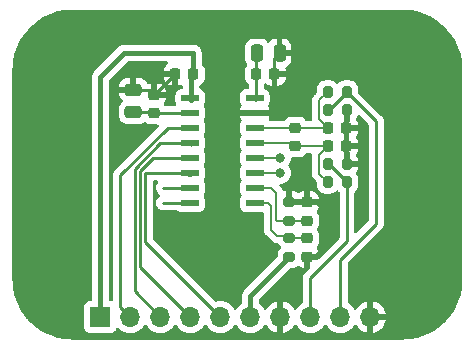
<source format=gbr>
%TF.GenerationSoftware,KiCad,Pcbnew,7.0.7*%
%TF.CreationDate,2025-01-01T22:23:07+10:30*%
%TF.ProjectId,V9360_Breakout,56393336-305f-4427-9265-616b6f75742e,rev?*%
%TF.SameCoordinates,Original*%
%TF.FileFunction,Copper,L1,Top*%
%TF.FilePolarity,Positive*%
%FSLAX46Y46*%
G04 Gerber Fmt 4.6, Leading zero omitted, Abs format (unit mm)*
G04 Created by KiCad (PCBNEW 7.0.7) date 2025-01-01 22:23:07*
%MOMM*%
%LPD*%
G01*
G04 APERTURE LIST*
G04 Aperture macros list*
%AMRoundRect*
0 Rectangle with rounded corners*
0 $1 Rounding radius*
0 $2 $3 $4 $5 $6 $7 $8 $9 X,Y pos of 4 corners*
0 Add a 4 corners polygon primitive as box body*
4,1,4,$2,$3,$4,$5,$6,$7,$8,$9,$2,$3,0*
0 Add four circle primitives for the rounded corners*
1,1,$1+$1,$2,$3*
1,1,$1+$1,$4,$5*
1,1,$1+$1,$6,$7*
1,1,$1+$1,$8,$9*
0 Add four rect primitives between the rounded corners*
20,1,$1+$1,$2,$3,$4,$5,0*
20,1,$1+$1,$4,$5,$6,$7,0*
20,1,$1+$1,$6,$7,$8,$9,0*
20,1,$1+$1,$8,$9,$2,$3,0*%
G04 Aperture macros list end*
%TA.AperFunction,SMDPad,CuDef*%
%ADD10RoundRect,0.225000X0.225000X0.250000X-0.225000X0.250000X-0.225000X-0.250000X0.225000X-0.250000X0*%
%TD*%
%TA.AperFunction,SMDPad,CuDef*%
%ADD11RoundRect,0.250000X0.250000X0.475000X-0.250000X0.475000X-0.250000X-0.475000X0.250000X-0.475000X0*%
%TD*%
%TA.AperFunction,SMDPad,CuDef*%
%ADD12RoundRect,0.250000X0.475000X-0.250000X0.475000X0.250000X-0.475000X0.250000X-0.475000X-0.250000X0*%
%TD*%
%TA.AperFunction,SMDPad,CuDef*%
%ADD13RoundRect,0.200000X0.200000X0.275000X-0.200000X0.275000X-0.200000X-0.275000X0.200000X-0.275000X0*%
%TD*%
%TA.AperFunction,SMDPad,CuDef*%
%ADD14RoundRect,0.200000X-0.200000X-0.275000X0.200000X-0.275000X0.200000X0.275000X-0.200000X0.275000X0*%
%TD*%
%TA.AperFunction,SMDPad,CuDef*%
%ADD15RoundRect,0.071250X0.683750X0.213750X-0.683750X0.213750X-0.683750X-0.213750X0.683750X-0.213750X0*%
%TD*%
%TA.AperFunction,SMDPad,CuDef*%
%ADD16RoundRect,0.200000X-0.275000X0.200000X-0.275000X-0.200000X0.275000X-0.200000X0.275000X0.200000X0*%
%TD*%
%TA.AperFunction,ComponentPad*%
%ADD17R,1.700000X1.700000*%
%TD*%
%TA.AperFunction,ComponentPad*%
%ADD18O,1.700000X1.700000*%
%TD*%
%TA.AperFunction,SMDPad,CuDef*%
%ADD19RoundRect,0.200000X0.275000X-0.200000X0.275000X0.200000X-0.275000X0.200000X-0.275000X-0.200000X0*%
%TD*%
%TA.AperFunction,SMDPad,CuDef*%
%ADD20RoundRect,0.225000X-0.250000X0.225000X-0.250000X-0.225000X0.250000X-0.225000X0.250000X0.225000X0*%
%TD*%
%TA.AperFunction,SMDPad,CuDef*%
%ADD21RoundRect,0.225000X0.250000X-0.225000X0.250000X0.225000X-0.250000X0.225000X-0.250000X-0.225000X0*%
%TD*%
%TA.AperFunction,SMDPad,CuDef*%
%ADD22RoundRect,0.225000X-0.225000X-0.250000X0.225000X-0.250000X0.225000X0.250000X-0.225000X0.250000X0*%
%TD*%
%TA.AperFunction,ViaPad*%
%ADD23C,0.800000*%
%TD*%
%TA.AperFunction,Conductor*%
%ADD24C,0.250000*%
%TD*%
%TA.AperFunction,Conductor*%
%ADD25C,0.400000*%
%TD*%
%TA.AperFunction,Conductor*%
%ADD26C,0.200000*%
%TD*%
G04 APERTURE END LIST*
D10*
%TO.P,C7,1*%
%TO.N,UN_IN*%
X149111000Y-92456000D03*
%TO.P,C7,2*%
%TO.N,IAP*%
X147561000Y-92456000D03*
%TD*%
D11*
%TO.P,C4,1*%
%TO.N,UN_IN*%
X143444000Y-86106000D03*
%TO.P,C4,2*%
%TO.N,Net-(U1-VREF)*%
X141544000Y-86106000D03*
%TD*%
D12*
%TO.P,C2,1*%
%TO.N,Net-(U1-DVCC)*%
X131064000Y-91120000D03*
%TO.P,C2,2*%
%TO.N,UN_IN*%
X131064000Y-89220000D03*
%TD*%
D13*
%TO.P,R5,1*%
%TO.N,IAN_IN*%
X149161000Y-97028000D03*
%TO.P,R5,2*%
%TO.N,IAN*%
X147511000Y-97028000D03*
%TD*%
D10*
%TO.P,C5,1*%
%TO.N,UN_IN*%
X143015000Y-87884000D03*
%TO.P,C5,2*%
%TO.N,Net-(U1-VREF)*%
X141465000Y-87884000D03*
%TD*%
D14*
%TO.P,R1,1*%
%TO.N,IAN_IN*%
X147511000Y-95504000D03*
%TO.P,R1,2*%
%TO.N,UN_IN*%
X149161000Y-95504000D03*
%TD*%
D15*
%TO.P,U1,1,UP*%
%TO.N,UP*%
X141340000Y-98806000D03*
%TO.P,U1,2,UN*%
%TO.N,UN*%
X141340000Y-97536000D03*
%TO.P,U1,3,IBN*%
%TO.N,IBN*%
X141340000Y-96266000D03*
%TO.P,U1,4,IBP*%
%TO.N,IBP*%
X141340000Y-94996000D03*
%TO.P,U1,5,IAN*%
%TO.N,IAN*%
X141340000Y-93726000D03*
%TO.P,U1,6,IAP*%
%TO.N,IAP*%
X141340000Y-92456000D03*
%TO.P,U1,7,VSS*%
%TO.N,UN_IN*%
X141340000Y-91186000D03*
%TO.P,U1,8,VREF*%
%TO.N,Net-(U1-VREF)*%
X141340000Y-89916000D03*
%TO.P,U1,9,VDD*%
%TO.N,VIN*%
X135890000Y-89916000D03*
%TO.P,U1,10,DVCC*%
%TO.N,Net-(U1-DVCC)*%
X135890000Y-91186000D03*
%TO.P,U1,11,P3*%
%TO.N,P3*%
X135890000Y-92456000D03*
%TO.P,U1,12,P2*%
%TO.N,P2*%
X135890000Y-93726000D03*
%TO.P,U1,13,RX*%
%TO.N,RX*%
X135890000Y-94996000D03*
%TO.P,U1,14,TX*%
%TO.N,TX*%
X135890000Y-96266000D03*
%TO.P,U1,15,CTI*%
%TO.N,unconnected-(U1-CTI-Pad15)*%
X135890000Y-97536000D03*
%TO.P,U1,16,NC*%
%TO.N,unconnected-(U1-NC-Pad16)*%
X135890000Y-98806000D03*
%TD*%
D16*
%TO.P,R4,1*%
%TO.N,UN_IN*%
X144272000Y-98680000D03*
%TO.P,R4,2*%
%TO.N,UN*%
X144272000Y-100330000D03*
%TD*%
D17*
%TO.P,J1,1,Pin_1*%
%TO.N,VIN*%
X128270000Y-108458000D03*
D18*
%TO.P,J1,2,Pin_2*%
%TO.N,P3*%
X130810000Y-108458000D03*
%TO.P,J1,3,Pin_3*%
%TO.N,P2*%
X133350000Y-108458000D03*
%TO.P,J1,4,Pin_4*%
%TO.N,RX*%
X135890000Y-108458000D03*
%TO.P,J1,5,Pin_5*%
%TO.N,TX*%
X138430000Y-108458000D03*
%TO.P,J1,6,Pin_6*%
%TO.N,UP_IN*%
X140970000Y-108458000D03*
%TO.P,J1,7,Pin_7*%
%TO.N,UN_IN*%
X143510000Y-108458000D03*
%TO.P,J1,8,Pin_8*%
%TO.N,IAN_IN*%
X146050000Y-108458000D03*
%TO.P,J1,9,Pin_9*%
%TO.N,IAP_IN*%
X148590000Y-108458000D03*
%TO.P,J1,10,Pin_10*%
%TO.N,UN_IN*%
X151130000Y-108458000D03*
%TD*%
D19*
%TO.P,R3,1*%
%TO.N,UP_IN*%
X144272000Y-103378000D03*
%TO.P,R3,2*%
%TO.N,UP*%
X144272000Y-101728000D03*
%TD*%
D20*
%TO.P,C9,1*%
%TO.N,UN_IN*%
X145796000Y-98743000D03*
%TO.P,C9,2*%
%TO.N,UN*%
X145796000Y-100293000D03*
%TD*%
D13*
%TO.P,R2,1*%
%TO.N,UN_IN*%
X149161000Y-90932000D03*
%TO.P,R2,2*%
%TO.N,IAP_IN*%
X147511000Y-90932000D03*
%TD*%
D21*
%TO.P,C10,1*%
%TO.N,IAN*%
X144780000Y-93993000D03*
%TO.P,C10,2*%
%TO.N,IAP*%
X144780000Y-92443000D03*
%TD*%
D10*
%TO.P,C3,1*%
%TO.N,VIN*%
X136157000Y-87884000D03*
%TO.P,C3,2*%
%TO.N,UN_IN*%
X134607000Y-87884000D03*
%TD*%
D21*
%TO.P,C1,1*%
%TO.N,Net-(U1-DVCC)*%
X132842000Y-91199000D03*
%TO.P,C1,2*%
%TO.N,UN_IN*%
X132842000Y-89649000D03*
%TD*%
D13*
%TO.P,R6,1*%
%TO.N,IAP_IN*%
X149161000Y-89408000D03*
%TO.P,R6,2*%
%TO.N,IAP*%
X147511000Y-89408000D03*
%TD*%
D22*
%TO.P,C6,1*%
%TO.N,IAN*%
X147561000Y-93980000D03*
%TO.P,C6,2*%
%TO.N,UN_IN*%
X149111000Y-93980000D03*
%TD*%
D20*
%TO.P,C8,1*%
%TO.N,UP*%
X145796000Y-101791000D03*
%TO.P,C8,2*%
%TO.N,UN_IN*%
X145796000Y-103341000D03*
%TD*%
D23*
%TO.N,UN_IN*%
X157734000Y-87122000D03*
X157734000Y-93218000D03*
X157734000Y-99314000D03*
X157734000Y-105410000D03*
X121920000Y-99314000D03*
X121920000Y-93218000D03*
X121920000Y-105410000D03*
X121920000Y-87122000D03*
X147193000Y-83566000D03*
X139954000Y-83566000D03*
X132715000Y-83566000D03*
X154432000Y-83566000D03*
X125476000Y-83566000D03*
X150622000Y-96266000D03*
X131826000Y-87630000D03*
X131064000Y-92964000D03*
X150622000Y-93218000D03*
%TO.N,IBP*%
X143510000Y-94996000D03*
%TO.N,IBN*%
X143510000Y-96266000D03*
%TD*%
D24*
%TO.N,unconnected-(U1-CTI-Pad15)*%
X135890000Y-97536000D02*
X133604000Y-97536000D01*
%TO.N,unconnected-(U1-NC-Pad16)*%
X135890000Y-98806000D02*
X133604000Y-98806000D01*
%TO.N,Net-(U1-DVCC)*%
X132855000Y-91186000D02*
X132842000Y-91199000D01*
X135890000Y-91186000D02*
X132855000Y-91186000D01*
X131064000Y-91120000D02*
X132763000Y-91120000D01*
X132763000Y-91120000D02*
X132842000Y-91199000D01*
X132842000Y-91199000D02*
X132956000Y-91313000D01*
%TO.N,UN_IN*%
X145796000Y-98743000D02*
X146495000Y-98743000D01*
X149111000Y-93980000D02*
X149111000Y-92456000D01*
X147066000Y-102616000D02*
X146341000Y-103341000D01*
X131064000Y-89220000D02*
X132413000Y-89220000D01*
X149161000Y-94030000D02*
X149111000Y-93980000D01*
D25*
X144272000Y-98680000D02*
X145733000Y-98680000D01*
D24*
X143015000Y-87884000D02*
X143015000Y-86535000D01*
X149111000Y-92456000D02*
X149111000Y-90982000D01*
X146495000Y-98743000D02*
X147066000Y-99314000D01*
X146341000Y-103341000D02*
X145796000Y-103341000D01*
X149161000Y-95504000D02*
X149161000Y-94030000D01*
X147066000Y-99314000D02*
X147066000Y-102616000D01*
X143015000Y-86535000D02*
X143444000Y-86106000D01*
D25*
X145733000Y-98680000D02*
X145796000Y-98743000D01*
D24*
X132413000Y-89220000D02*
X132842000Y-89649000D01*
X134607000Y-87884000D02*
X132842000Y-89649000D01*
X149111000Y-90982000D02*
X149161000Y-90932000D01*
D25*
%TO.N,VIN*%
X136144000Y-86106000D02*
X136144000Y-87871000D01*
X135959000Y-88082000D02*
X136157000Y-87884000D01*
X130302000Y-86106000D02*
X136144000Y-86106000D01*
X128270000Y-108458000D02*
X128270000Y-88138000D01*
X135959000Y-90043000D02*
X135959000Y-88082000D01*
X128270000Y-88138000D02*
X130302000Y-86106000D01*
X136144000Y-87871000D02*
X136157000Y-87884000D01*
D24*
%TO.N,Net-(U1-VREF)*%
X141465000Y-87884000D02*
X141465000Y-89987000D01*
X141465000Y-89987000D02*
X141409000Y-90043000D01*
X141465000Y-86185000D02*
X141544000Y-86106000D01*
X141465000Y-87884000D02*
X141465000Y-86185000D01*
D26*
%TO.N,IAN*%
X144780000Y-93993000D02*
X147548000Y-93993000D01*
X144513000Y-93726000D02*
X144780000Y-93993000D01*
X146811000Y-94730000D02*
X147561000Y-93980000D01*
X141340000Y-93726000D02*
X144513000Y-93726000D01*
X147548000Y-93993000D02*
X147561000Y-93980000D01*
X147511000Y-97028000D02*
X146811000Y-96328000D01*
X146811000Y-96328000D02*
X146811000Y-94730000D01*
%TO.N,IAP*%
X146811000Y-90108000D02*
X147511000Y-89408000D01*
X147548000Y-92443000D02*
X147561000Y-92456000D01*
X146811000Y-91706000D02*
X146811000Y-90108000D01*
X144640000Y-92583000D02*
X144780000Y-92443000D01*
X147561000Y-92456000D02*
X146811000Y-91706000D01*
X144780000Y-92443000D02*
X147548000Y-92443000D01*
X144767000Y-92456000D02*
X144780000Y-92443000D01*
X141340000Y-92456000D02*
X144767000Y-92456000D01*
%TO.N,UP*%
X143256000Y-101600000D02*
X142748000Y-101092000D01*
X144144000Y-101600000D02*
X143256000Y-101600000D01*
X144272000Y-101728000D02*
X145733000Y-101728000D01*
X144272000Y-101728000D02*
X144144000Y-101600000D01*
X145733000Y-101728000D02*
X145796000Y-101791000D01*
X142748000Y-101092000D02*
X142748000Y-99060000D01*
X142748000Y-99060000D02*
X142494000Y-98806000D01*
X142494000Y-98806000D02*
X141340000Y-98806000D01*
%TO.N,UN*%
X143256000Y-100330000D02*
X144272000Y-100330000D01*
X142748000Y-97536000D02*
X143148000Y-97936000D01*
X144272000Y-100330000D02*
X145759000Y-100330000D01*
X145759000Y-100330000D02*
X145796000Y-100293000D01*
X143148000Y-100222000D02*
X143256000Y-100330000D01*
X143148000Y-97936000D02*
X143148000Y-100222000D01*
X141340000Y-97536000D02*
X142748000Y-97536000D01*
D24*
%TO.N,IAP_IN*%
X147637000Y-90932000D02*
X149161000Y-89408000D01*
X151638000Y-100584000D02*
X151638000Y-91885000D01*
X148590000Y-108458000D02*
X148590000Y-103632000D01*
X147511000Y-90932000D02*
X147637000Y-90932000D01*
X148590000Y-103632000D02*
X151638000Y-100584000D01*
X151638000Y-91885000D02*
X149161000Y-89408000D01*
%TO.N,IAN_IN*%
X147511000Y-95504000D02*
X147637000Y-95504000D01*
X147637000Y-95504000D02*
X149161000Y-97028000D01*
X149161000Y-102045000D02*
X146050000Y-105156000D01*
X149161000Y-97028000D02*
X149161000Y-102045000D01*
X146050000Y-105156000D02*
X146050000Y-108458000D01*
D25*
%TO.N,UP_IN*%
X140970000Y-108458000D02*
X140970000Y-106680000D01*
X140970000Y-106680000D02*
X144272000Y-103378000D01*
D24*
%TO.N,TX*%
X132080000Y-102108000D02*
X138430000Y-108458000D01*
X135644118Y-96266000D02*
X132080000Y-96266000D01*
X132080000Y-96266000D02*
X132080000Y-102108000D01*
X135771118Y-96393000D02*
X135644118Y-96266000D01*
X135959000Y-96393000D02*
X135771118Y-96393000D01*
%TO.N,RX*%
X131630000Y-96079604D02*
X131630000Y-104198000D01*
X135890000Y-94996000D02*
X132713604Y-94996000D01*
X131630000Y-104198000D02*
X135890000Y-108458000D01*
X132713604Y-94996000D02*
X131630000Y-96079604D01*
%TO.N,P2*%
X131180000Y-106288000D02*
X133350000Y-108458000D01*
X135890000Y-93726000D02*
X133347208Y-93726000D01*
X131180000Y-95893208D02*
X131180000Y-106288000D01*
X133347208Y-93726000D02*
X131180000Y-95893208D01*
X135959000Y-93853000D02*
X135832000Y-93726000D01*
%TO.N,P3*%
X129960000Y-96476812D02*
X129960000Y-107608000D01*
X135890000Y-92456000D02*
X133980812Y-92456000D01*
X129960000Y-107608000D02*
X130810000Y-108458000D01*
X133980812Y-92456000D02*
X129960000Y-96476812D01*
D26*
%TO.N,IBP*%
X143383000Y-95123000D02*
X143510000Y-94996000D01*
X141340000Y-94996000D02*
X143510000Y-94996000D01*
%TO.N,IBN*%
X141340000Y-96266000D02*
X143510000Y-96266000D01*
X143383000Y-96393000D02*
X143510000Y-96266000D01*
%TD*%
%TA.AperFunction,Conductor*%
%TO.N,UN_IN*%
G36*
X146148933Y-94613185D02*
G01*
X146194688Y-94665989D01*
X146203061Y-94721873D01*
X146205318Y-94721873D01*
X146205318Y-94730000D01*
X146209969Y-94765326D01*
X146210500Y-94773427D01*
X146210500Y-96284571D01*
X146209969Y-96292669D01*
X146207126Y-96314266D01*
X146205318Y-96327999D01*
X146205318Y-96328000D01*
X146210500Y-96367360D01*
X146225955Y-96484760D01*
X146225956Y-96484762D01*
X146285705Y-96629010D01*
X146286464Y-96630841D01*
X146382718Y-96756282D01*
X146410995Y-96777980D01*
X146417085Y-96783320D01*
X146500265Y-96866500D01*
X146574181Y-96940416D01*
X146607666Y-97001739D01*
X146610500Y-97028097D01*
X146610500Y-97359613D01*
X146616913Y-97430192D01*
X146616913Y-97430194D01*
X146616914Y-97430196D01*
X146667522Y-97592606D01*
X146749272Y-97727837D01*
X146755530Y-97738188D01*
X146875811Y-97858469D01*
X146875813Y-97858470D01*
X146875815Y-97858472D01*
X147021394Y-97946478D01*
X147183804Y-97997086D01*
X147254384Y-98003500D01*
X147254387Y-98003500D01*
X147767613Y-98003500D01*
X147767616Y-98003500D01*
X147838196Y-97997086D01*
X148000606Y-97946478D01*
X148146185Y-97858472D01*
X148248320Y-97756336D01*
X148309641Y-97722853D01*
X148379333Y-97727837D01*
X148423681Y-97756338D01*
X148499181Y-97831838D01*
X148532666Y-97893161D01*
X148535500Y-97919519D01*
X148535500Y-101734546D01*
X148515815Y-101801585D01*
X148499181Y-101822227D01*
X146766727Y-103554681D01*
X146705404Y-103588166D01*
X146679046Y-103591000D01*
X146046000Y-103591000D01*
X146046000Y-104224046D01*
X146026315Y-104291085D01*
X146009681Y-104311727D01*
X145666208Y-104655199D01*
X145653951Y-104665020D01*
X145654134Y-104665241D01*
X145648123Y-104670213D01*
X145600772Y-104720636D01*
X145579889Y-104741519D01*
X145579877Y-104741532D01*
X145575621Y-104747017D01*
X145571837Y-104751447D01*
X145539937Y-104785418D01*
X145539936Y-104785420D01*
X145530284Y-104802976D01*
X145519610Y-104819226D01*
X145507329Y-104835061D01*
X145507324Y-104835068D01*
X145488815Y-104877838D01*
X145486245Y-104883084D01*
X145463803Y-104923906D01*
X145458822Y-104943307D01*
X145452521Y-104961710D01*
X145444562Y-104980102D01*
X145444561Y-104980105D01*
X145437271Y-105026127D01*
X145436087Y-105031846D01*
X145424501Y-105076972D01*
X145424500Y-105076982D01*
X145424500Y-105097016D01*
X145422973Y-105116415D01*
X145419840Y-105136194D01*
X145419840Y-105136195D01*
X145424225Y-105182583D01*
X145424500Y-105188421D01*
X145424500Y-107182773D01*
X145404815Y-107249812D01*
X145371623Y-107284348D01*
X145178597Y-107419505D01*
X145011508Y-107586594D01*
X144881269Y-107772595D01*
X144826692Y-107816219D01*
X144757193Y-107823412D01*
X144694839Y-107791890D01*
X144678119Y-107772594D01*
X144548113Y-107586926D01*
X144548108Y-107586920D01*
X144381082Y-107419894D01*
X144187578Y-107284399D01*
X143973492Y-107184570D01*
X143973486Y-107184567D01*
X143760000Y-107127364D01*
X143760000Y-107845698D01*
X143740315Y-107912737D01*
X143687511Y-107958492D01*
X143618355Y-107968436D01*
X143545766Y-107958000D01*
X143545763Y-107958000D01*
X143474237Y-107958000D01*
X143474233Y-107958000D01*
X143401645Y-107968436D01*
X143332487Y-107958492D01*
X143279684Y-107912736D01*
X143260000Y-107845698D01*
X143260000Y-107127364D01*
X143259999Y-107127364D01*
X143046513Y-107184567D01*
X143046507Y-107184570D01*
X142832422Y-107284399D01*
X142832420Y-107284400D01*
X142638926Y-107419886D01*
X142638920Y-107419891D01*
X142471891Y-107586920D01*
X142471890Y-107586922D01*
X142341880Y-107772595D01*
X142287303Y-107816219D01*
X142217804Y-107823412D01*
X142155450Y-107791890D01*
X142138730Y-107772594D01*
X142008494Y-107586597D01*
X141841404Y-107419508D01*
X141841402Y-107419506D01*
X141841401Y-107419505D01*
X141841396Y-107419501D01*
X141841393Y-107419499D01*
X141723376Y-107336861D01*
X141679751Y-107282284D01*
X141670500Y-107235287D01*
X141670500Y-107021518D01*
X141690185Y-106954479D01*
X141706814Y-106933842D01*
X144325837Y-104314819D01*
X144387161Y-104281334D01*
X144413519Y-104278500D01*
X144603613Y-104278500D01*
X144603616Y-104278500D01*
X144674196Y-104272086D01*
X144836606Y-104221478D01*
X144969310Y-104141255D01*
X145036862Y-104123419D01*
X145098556Y-104141834D01*
X145237511Y-104227544D01*
X145237518Y-104227547D01*
X145398393Y-104280855D01*
X145497683Y-104290999D01*
X145545999Y-104290998D01*
X145546000Y-104290998D01*
X145546000Y-103215000D01*
X145565685Y-103147961D01*
X145618489Y-103102206D01*
X145670000Y-103091000D01*
X146770999Y-103091000D01*
X146770999Y-103067692D01*
X146770998Y-103067677D01*
X146760855Y-102968392D01*
X146707547Y-102807518D01*
X146707542Y-102807507D01*
X146618575Y-102663271D01*
X146618572Y-102663267D01*
X146609339Y-102654034D01*
X146575854Y-102592711D01*
X146580838Y-102523019D01*
X146609343Y-102478668D01*
X146618968Y-102469044D01*
X146708003Y-102324697D01*
X146761349Y-102163708D01*
X146771500Y-102064345D01*
X146771499Y-101517656D01*
X146761349Y-101418292D01*
X146708003Y-101257303D01*
X146618968Y-101112956D01*
X146618966Y-101112954D01*
X146615354Y-101107098D01*
X146596913Y-101039705D01*
X146615354Y-100976902D01*
X146618966Y-100971045D01*
X146618968Y-100971044D01*
X146708003Y-100826697D01*
X146761349Y-100665708D01*
X146771500Y-100566345D01*
X146771499Y-100019656D01*
X146761349Y-99920292D01*
X146708003Y-99759303D01*
X146707999Y-99759297D01*
X146707998Y-99759294D01*
X146618970Y-99614959D01*
X146618967Y-99614955D01*
X146609339Y-99605327D01*
X146575854Y-99544004D01*
X146580838Y-99474312D01*
X146609345Y-99429959D01*
X146618573Y-99420731D01*
X146707542Y-99276492D01*
X146707547Y-99276481D01*
X146760855Y-99115606D01*
X146770999Y-99016322D01*
X146771000Y-99016309D01*
X146771000Y-98993000D01*
X144895362Y-98993000D01*
X144828323Y-98973315D01*
X144807681Y-98956681D01*
X144781000Y-98930000D01*
X144146000Y-98930000D01*
X144078961Y-98910315D01*
X144033206Y-98857511D01*
X144022000Y-98806000D01*
X144022000Y-97780000D01*
X144522000Y-97780000D01*
X144522000Y-98430000D01*
X145172638Y-98430000D01*
X145239677Y-98449685D01*
X145260319Y-98466319D01*
X145287000Y-98493000D01*
X145546000Y-98493000D01*
X145546000Y-97793000D01*
X146046000Y-97793000D01*
X146046000Y-98493000D01*
X146770999Y-98493000D01*
X146770999Y-98469692D01*
X146770998Y-98469677D01*
X146760855Y-98370392D01*
X146707547Y-98209518D01*
X146707542Y-98209507D01*
X146618575Y-98065271D01*
X146618572Y-98065267D01*
X146498732Y-97945427D01*
X146498728Y-97945424D01*
X146354492Y-97856457D01*
X146354481Y-97856452D01*
X146193606Y-97803144D01*
X146094322Y-97793000D01*
X146046000Y-97793000D01*
X145546000Y-97793000D01*
X145545999Y-97792999D01*
X145497693Y-97793000D01*
X145497675Y-97793001D01*
X145398392Y-97803144D01*
X145237518Y-97856452D01*
X145237513Y-97856454D01*
X145119131Y-97929474D01*
X145051738Y-97947914D01*
X144988702Y-97928129D01*
X144988293Y-97928806D01*
X144985523Y-97927131D01*
X144985075Y-97926991D01*
X144983988Y-97926203D01*
X144836395Y-97836980D01*
X144836396Y-97836980D01*
X144674105Y-97786409D01*
X144674106Y-97786409D01*
X144603572Y-97780000D01*
X144522000Y-97780000D01*
X144022000Y-97780000D01*
X144021999Y-97779999D01*
X143940417Y-97780000D01*
X143869900Y-97786407D01*
X143869886Y-97786410D01*
X143859428Y-97789669D01*
X143789567Y-97790817D01*
X143730177Y-97754013D01*
X143707983Y-97718735D01*
X143672537Y-97633161D01*
X143672535Y-97633158D01*
X143657101Y-97613043D01*
X143629324Y-97576844D01*
X143576282Y-97507718D01*
X143548005Y-97486020D01*
X143541904Y-97480669D01*
X143439416Y-97378181D01*
X143405931Y-97316858D01*
X143410915Y-97247166D01*
X143452787Y-97191233D01*
X143518251Y-97166816D01*
X143527097Y-97166500D01*
X143604644Y-97166500D01*
X143604646Y-97166500D01*
X143789803Y-97127144D01*
X143962730Y-97050151D01*
X144115871Y-96938888D01*
X144242533Y-96798216D01*
X144337179Y-96634284D01*
X144395674Y-96454256D01*
X144415460Y-96266000D01*
X144395674Y-96077744D01*
X144337179Y-95897716D01*
X144242533Y-95733784D01*
X144224693Y-95713971D01*
X144194464Y-95650981D01*
X144203089Y-95581646D01*
X144224694Y-95548028D01*
X144242533Y-95528216D01*
X144337179Y-95364284D01*
X144395674Y-95184256D01*
X144409307Y-95054536D01*
X144435891Y-94989923D01*
X144493189Y-94949938D01*
X144532622Y-94943499D01*
X145078344Y-94943499D01*
X145078352Y-94943498D01*
X145078355Y-94943498D01*
X145132760Y-94937940D01*
X145177708Y-94933349D01*
X145338697Y-94880003D01*
X145483044Y-94790968D01*
X145602968Y-94671044D01*
X145614465Y-94652403D01*
X145666412Y-94605679D01*
X145720004Y-94593500D01*
X146081894Y-94593500D01*
X146148933Y-94613185D01*
G37*
%TD.AperFunction*%
%TA.AperFunction,Conductor*%
G36*
X133972371Y-86826185D02*
G01*
X134018126Y-86878989D01*
X134028070Y-86948147D01*
X133999045Y-87011703D01*
X133970429Y-87036038D01*
X133929271Y-87061424D01*
X133929267Y-87061427D01*
X133809427Y-87181267D01*
X133809424Y-87181271D01*
X133720457Y-87325507D01*
X133720452Y-87325518D01*
X133667144Y-87486393D01*
X133657000Y-87585677D01*
X133657000Y-87634000D01*
X134733000Y-87634000D01*
X134800039Y-87653685D01*
X134845794Y-87706489D01*
X134857000Y-87758000D01*
X134857000Y-88858999D01*
X134880308Y-88858999D01*
X134880322Y-88858998D01*
X134979607Y-88848855D01*
X135095496Y-88810454D01*
X135165324Y-88808052D01*
X135225366Y-88843784D01*
X135256559Y-88906304D01*
X135258500Y-88928160D01*
X135258500Y-89009942D01*
X135238815Y-89076981D01*
X135186011Y-89122736D01*
X135150686Y-89132881D01*
X135056993Y-89145216D01*
X135056989Y-89145217D01*
X134917912Y-89202824D01*
X134917911Y-89202824D01*
X134798473Y-89294473D01*
X134706824Y-89413911D01*
X134706824Y-89413912D01*
X134649217Y-89552989D01*
X134649216Y-89552993D01*
X134634500Y-89664764D01*
X134634500Y-90167235D01*
X134649216Y-90279006D01*
X134649217Y-90279010D01*
X134694796Y-90389048D01*
X134702265Y-90458517D01*
X134670990Y-90520996D01*
X134610901Y-90556648D01*
X134580235Y-90560500D01*
X133755874Y-90560500D01*
X133688835Y-90540815D01*
X133668193Y-90524181D01*
X133655339Y-90511327D01*
X133621854Y-90450004D01*
X133626838Y-90380312D01*
X133655345Y-90335959D01*
X133664573Y-90326731D01*
X133753542Y-90182492D01*
X133753547Y-90182481D01*
X133806855Y-90021606D01*
X133816999Y-89922322D01*
X133817000Y-89922309D01*
X133817000Y-89899000D01*
X132716000Y-89899000D01*
X132648961Y-89879315D01*
X132603206Y-89826511D01*
X132592000Y-89775000D01*
X132591999Y-88699000D01*
X133092000Y-88699000D01*
X133092000Y-89399000D01*
X133816999Y-89399000D01*
X133816999Y-89375692D01*
X133816998Y-89375677D01*
X133806855Y-89276392D01*
X133753547Y-89115518D01*
X133753542Y-89115507D01*
X133664575Y-88971271D01*
X133664572Y-88971267D01*
X133544732Y-88851427D01*
X133544728Y-88851424D01*
X133400492Y-88762457D01*
X133400481Y-88762452D01*
X133239606Y-88709144D01*
X133140322Y-88699000D01*
X133092000Y-88699000D01*
X132591999Y-88699000D01*
X132591998Y-88698999D01*
X132543693Y-88699000D01*
X132543675Y-88699001D01*
X132444393Y-88709144D01*
X132380328Y-88730372D01*
X132310499Y-88732772D01*
X132250458Y-88697039D01*
X132226895Y-88657202D01*
X132226413Y-88657428D01*
X132224118Y-88652507D01*
X132223617Y-88651660D01*
X132223358Y-88650879D01*
X132131315Y-88501654D01*
X132007345Y-88377684D01*
X131858124Y-88285643D01*
X131858119Y-88285641D01*
X131691697Y-88230494D01*
X131691690Y-88230493D01*
X131588986Y-88220000D01*
X131313999Y-88220000D01*
X131314000Y-89346000D01*
X131294315Y-89413039D01*
X131241512Y-89458794D01*
X131190000Y-89470000D01*
X129839001Y-89470000D01*
X129839001Y-89519986D01*
X129849494Y-89622697D01*
X129904641Y-89789119D01*
X129904643Y-89789124D01*
X129996684Y-89938345D01*
X130120655Y-90062316D01*
X130120659Y-90062319D01*
X130123656Y-90064168D01*
X130125279Y-90065972D01*
X130126323Y-90066798D01*
X130126181Y-90066976D01*
X130170381Y-90116116D01*
X130181602Y-90185079D01*
X130153759Y-90249161D01*
X130123661Y-90275241D01*
X130120349Y-90277283D01*
X130120343Y-90277288D01*
X129996289Y-90401342D01*
X129904187Y-90550663D01*
X129904185Y-90550668D01*
X129878171Y-90629173D01*
X129849001Y-90717203D01*
X129849001Y-90717204D01*
X129849000Y-90717204D01*
X129838500Y-90819983D01*
X129838500Y-91420001D01*
X129838501Y-91420019D01*
X129849000Y-91522796D01*
X129849001Y-91522799D01*
X129904185Y-91689331D01*
X129904187Y-91689336D01*
X129937181Y-91742827D01*
X129996288Y-91838656D01*
X130120344Y-91962712D01*
X130269666Y-92054814D01*
X130436203Y-92109999D01*
X130538991Y-92120500D01*
X131589008Y-92120499D01*
X131589016Y-92120498D01*
X131589019Y-92120498D01*
X131645302Y-92114748D01*
X131691797Y-92109999D01*
X131858334Y-92054814D01*
X131984231Y-91977160D01*
X132051622Y-91958721D01*
X132118285Y-91979644D01*
X132137007Y-91995019D01*
X132138955Y-91996967D01*
X132138959Y-91996970D01*
X132283294Y-92085998D01*
X132283297Y-92085999D01*
X132283303Y-92086003D01*
X132444292Y-92139349D01*
X132543655Y-92149500D01*
X133103359Y-92149499D01*
X133170398Y-92169183D01*
X133216153Y-92221987D01*
X133226097Y-92291146D01*
X133197072Y-92354702D01*
X133191040Y-92361180D01*
X129576208Y-95976011D01*
X129563951Y-95985832D01*
X129564134Y-95986053D01*
X129558123Y-95991025D01*
X129510772Y-96041448D01*
X129489889Y-96062331D01*
X129489877Y-96062344D01*
X129485621Y-96067829D01*
X129481837Y-96072259D01*
X129449937Y-96106230D01*
X129449936Y-96106232D01*
X129440284Y-96123788D01*
X129429610Y-96140038D01*
X129417329Y-96155873D01*
X129417324Y-96155880D01*
X129398815Y-96198650D01*
X129396245Y-96203896D01*
X129373803Y-96244718D01*
X129368822Y-96264119D01*
X129362521Y-96282522D01*
X129354562Y-96300914D01*
X129354561Y-96300917D01*
X129347271Y-96346939D01*
X129346087Y-96352658D01*
X129334501Y-96397784D01*
X129334500Y-96397794D01*
X129334500Y-96417828D01*
X129332973Y-96437228D01*
X129329839Y-96457006D01*
X129334224Y-96503392D01*
X129334499Y-96509229D01*
X129334499Y-106987368D01*
X129314814Y-107054407D01*
X129262010Y-107100162D01*
X129197246Y-107110658D01*
X129167873Y-107107500D01*
X129167869Y-107107500D01*
X129094500Y-107107500D01*
X129027461Y-107087815D01*
X128981706Y-107035011D01*
X128970500Y-106983500D01*
X128970500Y-97738185D01*
X128970500Y-88970000D01*
X129839000Y-88970000D01*
X130813999Y-88970000D01*
X130813999Y-88220000D01*
X130539029Y-88220000D01*
X130539012Y-88220001D01*
X130436302Y-88230494D01*
X130269880Y-88285641D01*
X130269875Y-88285643D01*
X130120654Y-88377684D01*
X129996684Y-88501654D01*
X129904643Y-88650875D01*
X129904641Y-88650880D01*
X129849494Y-88817302D01*
X129849493Y-88817309D01*
X129839000Y-88920013D01*
X129839000Y-88970000D01*
X128970500Y-88970000D01*
X128970500Y-88479515D01*
X128990184Y-88412480D01*
X129006813Y-88391843D01*
X129264656Y-88134000D01*
X133657001Y-88134000D01*
X133657001Y-88182322D01*
X133667144Y-88281607D01*
X133720452Y-88442481D01*
X133720457Y-88442492D01*
X133809424Y-88586728D01*
X133809427Y-88586732D01*
X133929267Y-88706572D01*
X133929271Y-88706575D01*
X134073507Y-88795542D01*
X134073518Y-88795547D01*
X134234393Y-88848855D01*
X134333683Y-88858999D01*
X134357000Y-88858998D01*
X134357000Y-88134000D01*
X133657001Y-88134000D01*
X129264656Y-88134000D01*
X130555837Y-86842818D01*
X130617161Y-86809334D01*
X130643519Y-86806500D01*
X133905332Y-86806500D01*
X133972371Y-86826185D01*
G37*
%TD.AperFunction*%
%TA.AperFunction,Conductor*%
G36*
X149354039Y-90701685D02*
G01*
X149399794Y-90754489D01*
X149411000Y-90806000D01*
X149411000Y-91845638D01*
X149391315Y-91912677D01*
X149374681Y-91933319D01*
X149361000Y-91947000D01*
X149361000Y-92206000D01*
X150060999Y-92206000D01*
X150060999Y-92157692D01*
X150060998Y-92157677D01*
X150050855Y-92058392D01*
X149997547Y-91897518D01*
X149997544Y-91897511D01*
X149918104Y-91768721D01*
X149899663Y-91701328D01*
X149917526Y-91639472D01*
X150004017Y-91496399D01*
X150028709Y-91417158D01*
X150067446Y-91359010D01*
X150131471Y-91331035D01*
X150200456Y-91342116D01*
X150234776Y-91366366D01*
X150976181Y-92107771D01*
X151009666Y-92169094D01*
X151012500Y-92195452D01*
X151012500Y-100273547D01*
X150992815Y-100340586D01*
X150976181Y-100361228D01*
X149998181Y-101339228D01*
X149936858Y-101372713D01*
X149867166Y-101367729D01*
X149811233Y-101325857D01*
X149786816Y-101260393D01*
X149786500Y-101251547D01*
X149786500Y-97919519D01*
X149806185Y-97852480D01*
X149822814Y-97831842D01*
X149916472Y-97738185D01*
X150004478Y-97592606D01*
X150055086Y-97430196D01*
X150061500Y-97359616D01*
X150061500Y-96696384D01*
X150055086Y-96625804D01*
X150004478Y-96463394D01*
X149923635Y-96329664D01*
X149905799Y-96262112D01*
X149923636Y-96201365D01*
X150004018Y-96068398D01*
X150004019Y-96068396D01*
X150054590Y-95906106D01*
X150061000Y-95835572D01*
X150061000Y-95754000D01*
X149035000Y-95754000D01*
X148967961Y-95734315D01*
X148922206Y-95681511D01*
X148911000Y-95630000D01*
X148911000Y-94995000D01*
X148897319Y-94981319D01*
X148863834Y-94919996D01*
X148861000Y-94893638D01*
X148861000Y-94230000D01*
X149361000Y-94230000D01*
X149361000Y-94489000D01*
X149374681Y-94502681D01*
X149408166Y-94564004D01*
X149411000Y-94590362D01*
X149411000Y-95254000D01*
X150060999Y-95254000D01*
X150060999Y-95172417D01*
X150054591Y-95101897D01*
X150054590Y-95101892D01*
X150004018Y-94939603D01*
X149917525Y-94796526D01*
X149899689Y-94728972D01*
X149918104Y-94667278D01*
X149997544Y-94538488D01*
X149997547Y-94538481D01*
X150050855Y-94377606D01*
X150060999Y-94278322D01*
X150061000Y-94278309D01*
X150061000Y-94230000D01*
X149361000Y-94230000D01*
X148861000Y-94230000D01*
X148861000Y-92706000D01*
X149361000Y-92706000D01*
X149361000Y-93730000D01*
X150060999Y-93730000D01*
X150060999Y-93681692D01*
X150060998Y-93681677D01*
X150050855Y-93582392D01*
X149997547Y-93421518D01*
X149997544Y-93421511D01*
X149912168Y-93283098D01*
X149893727Y-93215706D01*
X149912168Y-93152902D01*
X149997544Y-93014488D01*
X149997547Y-93014481D01*
X150050855Y-92853606D01*
X150060999Y-92754322D01*
X150061000Y-92754309D01*
X150061000Y-92706000D01*
X149361000Y-92706000D01*
X148861000Y-92706000D01*
X148861000Y-91542361D01*
X148880685Y-91475322D01*
X148897320Y-91454679D01*
X148911000Y-91440999D01*
X148911000Y-90806000D01*
X148930685Y-90738961D01*
X148983489Y-90693206D01*
X149035000Y-90682000D01*
X149287000Y-90682000D01*
X149354039Y-90701685D01*
G37*
%TD.AperFunction*%
%TA.AperFunction,Conductor*%
G36*
X154072525Y-82432496D02*
G01*
X154277732Y-82441456D01*
X154282654Y-82441870D01*
X154500755Y-82469056D01*
X154705849Y-82496058D01*
X154710420Y-82496837D01*
X154925399Y-82541913D01*
X155127714Y-82586766D01*
X155131969Y-82587869D01*
X155250715Y-82623222D01*
X155342449Y-82650533D01*
X155395220Y-82667171D01*
X155540378Y-82712939D01*
X155544180Y-82714277D01*
X155748265Y-82793912D01*
X155748908Y-82794163D01*
X155940763Y-82873632D01*
X155944234Y-82875196D01*
X156141710Y-82971737D01*
X156141733Y-82971748D01*
X156326061Y-83067704D01*
X156329169Y-83069437D01*
X156451039Y-83142054D01*
X156518108Y-83182019D01*
X156693522Y-83293771D01*
X156696212Y-83295586D01*
X156875304Y-83423456D01*
X157040405Y-83550142D01*
X157042733Y-83552019D01*
X157210753Y-83694323D01*
X157365324Y-83835962D01*
X157522037Y-83992675D01*
X157663676Y-84147246D01*
X157805979Y-84315265D01*
X157807856Y-84317593D01*
X157934543Y-84482695D01*
X158062412Y-84661786D01*
X158064244Y-84664501D01*
X158175986Y-84839901D01*
X158288561Y-85028829D01*
X158290294Y-85031937D01*
X158386251Y-85216266D01*
X158482786Y-85413731D01*
X158484366Y-85417235D01*
X158563836Y-85609091D01*
X158587647Y-85670111D01*
X158643708Y-85813785D01*
X158645072Y-85817657D01*
X158707466Y-86015549D01*
X158770124Y-86226014D01*
X158771232Y-86230286D01*
X158816099Y-86432663D01*
X158861157Y-86647559D01*
X158861946Y-86652191D01*
X158888952Y-86857318D01*
X158916126Y-87075322D01*
X158916543Y-87080288D01*
X158925512Y-87285701D01*
X158934500Y-87503000D01*
X158934500Y-105283000D01*
X158925512Y-105500298D01*
X158916543Y-105705710D01*
X158916126Y-105710676D01*
X158888952Y-105928681D01*
X158861946Y-106133807D01*
X158861157Y-106138439D01*
X158816099Y-106353336D01*
X158771232Y-106555712D01*
X158770124Y-106559984D01*
X158707466Y-106770450D01*
X158645072Y-106968341D01*
X158643700Y-106972236D01*
X158563836Y-107176908D01*
X158484366Y-107368763D01*
X158482786Y-107372267D01*
X158386251Y-107569733D01*
X158290294Y-107754061D01*
X158288561Y-107757169D01*
X158175986Y-107946098D01*
X158064244Y-108121497D01*
X158062412Y-108124212D01*
X157934543Y-108303304D01*
X157807856Y-108468405D01*
X157805979Y-108470733D01*
X157663676Y-108638753D01*
X157522037Y-108793324D01*
X157365324Y-108950037D01*
X157210753Y-109091676D01*
X157042733Y-109233979D01*
X157040405Y-109235856D01*
X156875304Y-109362543D01*
X156696212Y-109490412D01*
X156693497Y-109492244D01*
X156518098Y-109603986D01*
X156329169Y-109716561D01*
X156326061Y-109718294D01*
X156141733Y-109814251D01*
X155944267Y-109910786D01*
X155940763Y-109912366D01*
X155748908Y-109991836D01*
X155544236Y-110071700D01*
X155540341Y-110073072D01*
X155342450Y-110135466D01*
X155131984Y-110198124D01*
X155127712Y-110199232D01*
X154925336Y-110244099D01*
X154710439Y-110289157D01*
X154705807Y-110289946D01*
X154500681Y-110316952D01*
X154282676Y-110344126D01*
X154277710Y-110344543D01*
X154072298Y-110353512D01*
X153855000Y-110362500D01*
X125915000Y-110362500D01*
X125697701Y-110353512D01*
X125492288Y-110344543D01*
X125487322Y-110344126D01*
X125269318Y-110316952D01*
X125064191Y-110289946D01*
X125059559Y-110289157D01*
X124844663Y-110244099D01*
X124642286Y-110199232D01*
X124638014Y-110198124D01*
X124427549Y-110135466D01*
X124229657Y-110073072D01*
X124225785Y-110071708D01*
X124093255Y-110019995D01*
X124021091Y-109991836D01*
X123829235Y-109912366D01*
X123825731Y-109910786D01*
X123628266Y-109814251D01*
X123443937Y-109718294D01*
X123440829Y-109716561D01*
X123251901Y-109603986D01*
X123167675Y-109550328D01*
X123076494Y-109492239D01*
X123073786Y-109490412D01*
X122894695Y-109362543D01*
X122885999Y-109355870D01*
X126919500Y-109355870D01*
X126919501Y-109355876D01*
X126925908Y-109415483D01*
X126976202Y-109550328D01*
X126976206Y-109550335D01*
X127062452Y-109665544D01*
X127062455Y-109665547D01*
X127177664Y-109751793D01*
X127177671Y-109751797D01*
X127312517Y-109802091D01*
X127312516Y-109802091D01*
X127319444Y-109802835D01*
X127372127Y-109808500D01*
X129167872Y-109808499D01*
X129227483Y-109802091D01*
X129362331Y-109751796D01*
X129477546Y-109665546D01*
X129563796Y-109550331D01*
X129612810Y-109418916D01*
X129654681Y-109362984D01*
X129720145Y-109338566D01*
X129788418Y-109353417D01*
X129816672Y-109374569D01*
X129938599Y-109496495D01*
X130035384Y-109564265D01*
X130132165Y-109632032D01*
X130132167Y-109632033D01*
X130132170Y-109632035D01*
X130346337Y-109731903D01*
X130574592Y-109793063D01*
X130751034Y-109808500D01*
X130809999Y-109813659D01*
X130810000Y-109813659D01*
X130810001Y-109813659D01*
X130868966Y-109808500D01*
X131045408Y-109793063D01*
X131273663Y-109731903D01*
X131487830Y-109632035D01*
X131681401Y-109496495D01*
X131848495Y-109329401D01*
X131978424Y-109143842D01*
X132033002Y-109100217D01*
X132102500Y-109093023D01*
X132164855Y-109124546D01*
X132181575Y-109143842D01*
X132311281Y-109329082D01*
X132311505Y-109329401D01*
X132478599Y-109496495D01*
X132575384Y-109564265D01*
X132672165Y-109632032D01*
X132672167Y-109632033D01*
X132672170Y-109632035D01*
X132886337Y-109731903D01*
X133114592Y-109793063D01*
X133291034Y-109808500D01*
X133349999Y-109813659D01*
X133350000Y-109813659D01*
X133350001Y-109813659D01*
X133408966Y-109808500D01*
X133585408Y-109793063D01*
X133813663Y-109731903D01*
X134027830Y-109632035D01*
X134221401Y-109496495D01*
X134388495Y-109329401D01*
X134518424Y-109143842D01*
X134573002Y-109100217D01*
X134642500Y-109093023D01*
X134704855Y-109124546D01*
X134721575Y-109143842D01*
X134851281Y-109329082D01*
X134851505Y-109329401D01*
X135018599Y-109496495D01*
X135115384Y-109564265D01*
X135212165Y-109632032D01*
X135212167Y-109632033D01*
X135212170Y-109632035D01*
X135426337Y-109731903D01*
X135654592Y-109793063D01*
X135831034Y-109808500D01*
X135889999Y-109813659D01*
X135890000Y-109813659D01*
X135890001Y-109813659D01*
X135948966Y-109808500D01*
X136125408Y-109793063D01*
X136353663Y-109731903D01*
X136567830Y-109632035D01*
X136761401Y-109496495D01*
X136928495Y-109329401D01*
X137058424Y-109143842D01*
X137113002Y-109100217D01*
X137182500Y-109093023D01*
X137244855Y-109124546D01*
X137261575Y-109143842D01*
X137391281Y-109329082D01*
X137391505Y-109329401D01*
X137558599Y-109496495D01*
X137655384Y-109564265D01*
X137752165Y-109632032D01*
X137752167Y-109632033D01*
X137752170Y-109632035D01*
X137966337Y-109731903D01*
X138194592Y-109793063D01*
X138371034Y-109808500D01*
X138429999Y-109813659D01*
X138430000Y-109813659D01*
X138430001Y-109813659D01*
X138488966Y-109808500D01*
X138665408Y-109793063D01*
X138893663Y-109731903D01*
X139107830Y-109632035D01*
X139301401Y-109496495D01*
X139468495Y-109329401D01*
X139598424Y-109143842D01*
X139653002Y-109100217D01*
X139722500Y-109093023D01*
X139784855Y-109124546D01*
X139801575Y-109143842D01*
X139931281Y-109329082D01*
X139931505Y-109329401D01*
X140098599Y-109496495D01*
X140195384Y-109564265D01*
X140292165Y-109632032D01*
X140292167Y-109632033D01*
X140292170Y-109632035D01*
X140506337Y-109731903D01*
X140734592Y-109793063D01*
X140911034Y-109808500D01*
X140969999Y-109813659D01*
X140970000Y-109813659D01*
X140970001Y-109813659D01*
X141028966Y-109808500D01*
X141205408Y-109793063D01*
X141433663Y-109731903D01*
X141647830Y-109632035D01*
X141841401Y-109496495D01*
X142008495Y-109329401D01*
X142138730Y-109143405D01*
X142193307Y-109099781D01*
X142262805Y-109092587D01*
X142325160Y-109124110D01*
X142341879Y-109143405D01*
X142471890Y-109329078D01*
X142638917Y-109496105D01*
X142832421Y-109631600D01*
X143046507Y-109731429D01*
X143046516Y-109731433D01*
X143260000Y-109788634D01*
X143260000Y-109070301D01*
X143279685Y-109003262D01*
X143332489Y-108957507D01*
X143401647Y-108947563D01*
X143474237Y-108958000D01*
X143474238Y-108958000D01*
X143545762Y-108958000D01*
X143545763Y-108958000D01*
X143618353Y-108947563D01*
X143687512Y-108957507D01*
X143740315Y-109003262D01*
X143760000Y-109070301D01*
X143760000Y-109788633D01*
X143973483Y-109731433D01*
X143973492Y-109731429D01*
X144187578Y-109631600D01*
X144381082Y-109496105D01*
X144548105Y-109329082D01*
X144678119Y-109143405D01*
X144732696Y-109099781D01*
X144802195Y-109092588D01*
X144864549Y-109124110D01*
X144881269Y-109143405D01*
X145011505Y-109329401D01*
X145178599Y-109496495D01*
X145275384Y-109564264D01*
X145372165Y-109632032D01*
X145372167Y-109632033D01*
X145372170Y-109632035D01*
X145586337Y-109731903D01*
X145814592Y-109793063D01*
X145991034Y-109808500D01*
X146049999Y-109813659D01*
X146050000Y-109813659D01*
X146050001Y-109813659D01*
X146108966Y-109808500D01*
X146285408Y-109793063D01*
X146513663Y-109731903D01*
X146727830Y-109632035D01*
X146921401Y-109496495D01*
X147088495Y-109329401D01*
X147218424Y-109143842D01*
X147273002Y-109100217D01*
X147342500Y-109093023D01*
X147404855Y-109124546D01*
X147421575Y-109143842D01*
X147551281Y-109329082D01*
X147551505Y-109329401D01*
X147718599Y-109496495D01*
X147815384Y-109564264D01*
X147912165Y-109632032D01*
X147912167Y-109632033D01*
X147912170Y-109632035D01*
X148126337Y-109731903D01*
X148354592Y-109793063D01*
X148531034Y-109808500D01*
X148589999Y-109813659D01*
X148590000Y-109813659D01*
X148590001Y-109813659D01*
X148648966Y-109808500D01*
X148825408Y-109793063D01*
X149053663Y-109731903D01*
X149267830Y-109632035D01*
X149461401Y-109496495D01*
X149628495Y-109329401D01*
X149758730Y-109143405D01*
X149813307Y-109099781D01*
X149882805Y-109092587D01*
X149945160Y-109124110D01*
X149961879Y-109143405D01*
X150091890Y-109329078D01*
X150258917Y-109496105D01*
X150452421Y-109631600D01*
X150666507Y-109731429D01*
X150666516Y-109731433D01*
X150880000Y-109788634D01*
X150880000Y-109070301D01*
X150899685Y-109003262D01*
X150952489Y-108957507D01*
X151021647Y-108947563D01*
X151094237Y-108958000D01*
X151094238Y-108958000D01*
X151165762Y-108958000D01*
X151165763Y-108958000D01*
X151238353Y-108947563D01*
X151307512Y-108957507D01*
X151360315Y-109003262D01*
X151380000Y-109070301D01*
X151380000Y-109788633D01*
X151593483Y-109731433D01*
X151593492Y-109731429D01*
X151807578Y-109631600D01*
X152001082Y-109496105D01*
X152168105Y-109329082D01*
X152303600Y-109135578D01*
X152403429Y-108921492D01*
X152403432Y-108921486D01*
X152460636Y-108708000D01*
X151743347Y-108708000D01*
X151676308Y-108688315D01*
X151630553Y-108635511D01*
X151620609Y-108566353D01*
X151624369Y-108549067D01*
X151630000Y-108529888D01*
X151630000Y-108386111D01*
X151624369Y-108366933D01*
X151624370Y-108297064D01*
X151662145Y-108238286D01*
X151725701Y-108209262D01*
X151743347Y-108208000D01*
X152460636Y-108208000D01*
X152460635Y-108207999D01*
X152403432Y-107994513D01*
X152403429Y-107994507D01*
X152303600Y-107780422D01*
X152303599Y-107780420D01*
X152168113Y-107586926D01*
X152168108Y-107586920D01*
X152001082Y-107419894D01*
X151807578Y-107284399D01*
X151593492Y-107184570D01*
X151593486Y-107184567D01*
X151380000Y-107127364D01*
X151380000Y-107845698D01*
X151360315Y-107912737D01*
X151307511Y-107958492D01*
X151238355Y-107968436D01*
X151165766Y-107958000D01*
X151165763Y-107958000D01*
X151094237Y-107958000D01*
X151094233Y-107958000D01*
X151021645Y-107968436D01*
X150952487Y-107958492D01*
X150899684Y-107912736D01*
X150880000Y-107845698D01*
X150880000Y-107127364D01*
X150879999Y-107127364D01*
X150666513Y-107184567D01*
X150666507Y-107184570D01*
X150452422Y-107284399D01*
X150452420Y-107284400D01*
X150258926Y-107419886D01*
X150258920Y-107419891D01*
X150091891Y-107586920D01*
X150091890Y-107586922D01*
X149961880Y-107772595D01*
X149907303Y-107816219D01*
X149837804Y-107823412D01*
X149775450Y-107791890D01*
X149758730Y-107772594D01*
X149628494Y-107586597D01*
X149461402Y-107419506D01*
X149461401Y-107419505D01*
X149294054Y-107302327D01*
X149268376Y-107284347D01*
X149224751Y-107229770D01*
X149215500Y-107182772D01*
X149215500Y-103942452D01*
X149235185Y-103875413D01*
X149251819Y-103854771D01*
X150627924Y-102478666D01*
X152021788Y-101084801D01*
X152034042Y-101074986D01*
X152033859Y-101074764D01*
X152039866Y-101069792D01*
X152039877Y-101069786D01*
X152070775Y-101036882D01*
X152087227Y-101019364D01*
X152097671Y-101008918D01*
X152108120Y-100998471D01*
X152112379Y-100992978D01*
X152116152Y-100988561D01*
X152148062Y-100954582D01*
X152157715Y-100937020D01*
X152168389Y-100920770D01*
X152180673Y-100904936D01*
X152199180Y-100862167D01*
X152201749Y-100856924D01*
X152203953Y-100852913D01*
X152224197Y-100816092D01*
X152229177Y-100796691D01*
X152235478Y-100778288D01*
X152243438Y-100759896D01*
X152250730Y-100713849D01*
X152251911Y-100708152D01*
X152263500Y-100663019D01*
X152263500Y-100642982D01*
X152265027Y-100623582D01*
X152268160Y-100603804D01*
X152263775Y-100557415D01*
X152263500Y-100551577D01*
X152263500Y-91967742D01*
X152265224Y-91952122D01*
X152264939Y-91952096D01*
X152265671Y-91944340D01*
X152265673Y-91944333D01*
X152263500Y-91875185D01*
X152263500Y-91845650D01*
X152262631Y-91838772D01*
X152262172Y-91832943D01*
X152261878Y-91823600D01*
X152260709Y-91786373D01*
X152255122Y-91767144D01*
X152251174Y-91748084D01*
X152248664Y-91728208D01*
X152248663Y-91728206D01*
X152248663Y-91728204D01*
X152231512Y-91684887D01*
X152229619Y-91679358D01*
X152216618Y-91634609D01*
X152216616Y-91634606D01*
X152206423Y-91617371D01*
X152197861Y-91599894D01*
X152190487Y-91581270D01*
X152190486Y-91581268D01*
X152163079Y-91543545D01*
X152159888Y-91538686D01*
X152136172Y-91498583D01*
X152136165Y-91498574D01*
X152122006Y-91484415D01*
X152109368Y-91469619D01*
X152097594Y-91453413D01*
X152061688Y-91423709D01*
X152057376Y-91419786D01*
X150097819Y-89460228D01*
X150064334Y-89398905D01*
X150061500Y-89372547D01*
X150061500Y-89076386D01*
X150055086Y-89005807D01*
X150055086Y-89005804D01*
X150004478Y-88843394D01*
X149916472Y-88697815D01*
X149916470Y-88697813D01*
X149916469Y-88697811D01*
X149796188Y-88577530D01*
X149650606Y-88489522D01*
X149650606Y-88489521D01*
X149488196Y-88438914D01*
X149488194Y-88438913D01*
X149488192Y-88438913D01*
X149438778Y-88434423D01*
X149417616Y-88432500D01*
X148904384Y-88432500D01*
X148885144Y-88434248D01*
X148833807Y-88438913D01*
X148671393Y-88489522D01*
X148525813Y-88577529D01*
X148423681Y-88679661D01*
X148362358Y-88713145D01*
X148292666Y-88708161D01*
X148248319Y-88679661D01*
X148146186Y-88577529D01*
X148146185Y-88577528D01*
X148000606Y-88489522D01*
X147838196Y-88438914D01*
X147838194Y-88438913D01*
X147838192Y-88438913D01*
X147788778Y-88434423D01*
X147767616Y-88432500D01*
X147254384Y-88432500D01*
X147235144Y-88434248D01*
X147183807Y-88438913D01*
X147021393Y-88489522D01*
X146875811Y-88577530D01*
X146755530Y-88697811D01*
X146667522Y-88843393D01*
X146616913Y-89005807D01*
X146610500Y-89076386D01*
X146610500Y-89407902D01*
X146590815Y-89474941D01*
X146574185Y-89495578D01*
X146516775Y-89552989D01*
X146417095Y-89652668D01*
X146410993Y-89658020D01*
X146382719Y-89679716D01*
X146358550Y-89711215D01*
X146286461Y-89805162D01*
X146286461Y-89805163D01*
X146225957Y-89951234D01*
X146225955Y-89951239D01*
X146205318Y-90107998D01*
X146205318Y-90108000D01*
X146206386Y-90116116D01*
X146209969Y-90143326D01*
X146210500Y-90151427D01*
X146210500Y-91662571D01*
X146209969Y-91670669D01*
X146208456Y-91682162D01*
X146205318Y-91705999D01*
X146205318Y-91714128D01*
X146202989Y-91714128D01*
X146194072Y-91771340D01*
X146147697Y-91823600D01*
X146081894Y-91842500D01*
X145720004Y-91842500D01*
X145652965Y-91822815D01*
X145614465Y-91783596D01*
X145614104Y-91783011D01*
X145602968Y-91764956D01*
X145483044Y-91645032D01*
X145483040Y-91645029D01*
X145338705Y-91556001D01*
X145338699Y-91555998D01*
X145338697Y-91555997D01*
X145338694Y-91555996D01*
X145177709Y-91502651D01*
X145078346Y-91492500D01*
X144481662Y-91492500D01*
X144481644Y-91492501D01*
X144382292Y-91502650D01*
X144382289Y-91502651D01*
X144221305Y-91555996D01*
X144221294Y-91556001D01*
X144076959Y-91645029D01*
X143957030Y-91764957D01*
X143937515Y-91796597D01*
X143885567Y-91843322D01*
X143831977Y-91855500D01*
X142638868Y-91855500D01*
X142571829Y-91835815D01*
X142526074Y-91783011D01*
X142516130Y-91713853D01*
X142524307Y-91684048D01*
X142580294Y-91548879D01*
X142580295Y-91548875D01*
X142594999Y-91437196D01*
X142595000Y-91437182D01*
X142595000Y-91436000D01*
X140085001Y-91436000D01*
X140085001Y-91437190D01*
X140099702Y-91548873D01*
X140099704Y-91548878D01*
X140157262Y-91687836D01*
X140201203Y-91745101D01*
X140226397Y-91810270D01*
X140212359Y-91878715D01*
X140201204Y-91896073D01*
X140156826Y-91953908D01*
X140156824Y-91953912D01*
X140099217Y-92092989D01*
X140099216Y-92092993D01*
X140084500Y-92204764D01*
X140084500Y-92707235D01*
X140099216Y-92819006D01*
X140099217Y-92819010D01*
X140156824Y-92958087D01*
X140156827Y-92958092D01*
X140200888Y-93015514D01*
X140226082Y-93080683D01*
X140212043Y-93149128D01*
X140200888Y-93166486D01*
X140156827Y-93223907D01*
X140156824Y-93223912D01*
X140099217Y-93362989D01*
X140099216Y-93362993D01*
X140084500Y-93474764D01*
X140084500Y-93977235D01*
X140099216Y-94089006D01*
X140099217Y-94089010D01*
X140156824Y-94228087D01*
X140156827Y-94228092D01*
X140200888Y-94285514D01*
X140226082Y-94350683D01*
X140212043Y-94419128D01*
X140200888Y-94436486D01*
X140156827Y-94493907D01*
X140156824Y-94493912D01*
X140099217Y-94632989D01*
X140099216Y-94632993D01*
X140084500Y-94744764D01*
X140084500Y-95247235D01*
X140099216Y-95359006D01*
X140099217Y-95359010D01*
X140156824Y-95498087D01*
X140156827Y-95498092D01*
X140200888Y-95555514D01*
X140226082Y-95620683D01*
X140212043Y-95689128D01*
X140200888Y-95706486D01*
X140156827Y-95763907D01*
X140156824Y-95763912D01*
X140099217Y-95902989D01*
X140099216Y-95902993D01*
X140084500Y-96014764D01*
X140084500Y-96517235D01*
X140099216Y-96629006D01*
X140099217Y-96629010D01*
X140156824Y-96768087D01*
X140156827Y-96768092D01*
X140200888Y-96825514D01*
X140226082Y-96890683D01*
X140212043Y-96959128D01*
X140200888Y-96976486D01*
X140156827Y-97033907D01*
X140156824Y-97033912D01*
X140099217Y-97172989D01*
X140099216Y-97172993D01*
X140084500Y-97284764D01*
X140084500Y-97787235D01*
X140099216Y-97899006D01*
X140099217Y-97899010D01*
X140156824Y-98038087D01*
X140156824Y-98038088D01*
X140156826Y-98038091D01*
X140156827Y-98038092D01*
X140200888Y-98095513D01*
X140226082Y-98160681D01*
X140212044Y-98229126D01*
X140200889Y-98246484D01*
X140156826Y-98303908D01*
X140156824Y-98303912D01*
X140099217Y-98442989D01*
X140099216Y-98442993D01*
X140084500Y-98554764D01*
X140084500Y-99057235D01*
X140099216Y-99169006D01*
X140099217Y-99169010D01*
X140156824Y-99308087D01*
X140156824Y-99308088D01*
X140156826Y-99308091D01*
X140156827Y-99308092D01*
X140248473Y-99427527D01*
X140367908Y-99519173D01*
X140367911Y-99519174D01*
X140367912Y-99519175D01*
X140427855Y-99544004D01*
X140506993Y-99576784D01*
X140618772Y-99591500D01*
X140618779Y-99591500D01*
X142023500Y-99591500D01*
X142090539Y-99611185D01*
X142136294Y-99663989D01*
X142147500Y-99715500D01*
X142147500Y-101048571D01*
X142146969Y-101056669D01*
X142144587Y-101074764D01*
X142142318Y-101091999D01*
X142142318Y-101092000D01*
X142147500Y-101131360D01*
X142162955Y-101248760D01*
X142162956Y-101248762D01*
X142223464Y-101394841D01*
X142319718Y-101520282D01*
X142347995Y-101541980D01*
X142354085Y-101547320D01*
X142800688Y-101993924D01*
X142806022Y-102000007D01*
X142827717Y-102028282D01*
X142827718Y-102028282D01*
X142857909Y-102051448D01*
X142857927Y-102051463D01*
X142953157Y-102124535D01*
X142953158Y-102124535D01*
X142953159Y-102124536D01*
X143099238Y-102185044D01*
X143256000Y-102205682D01*
X143259287Y-102205249D01*
X143262064Y-102205682D01*
X143264127Y-102205682D01*
X143264127Y-102206003D01*
X143328323Y-102216014D01*
X143380579Y-102262393D01*
X143381590Y-102264037D01*
X143441528Y-102363185D01*
X143441531Y-102363189D01*
X143543661Y-102465319D01*
X143577146Y-102526642D01*
X143572162Y-102596334D01*
X143543661Y-102640681D01*
X143441531Y-102742810D01*
X143441530Y-102742811D01*
X143353522Y-102888393D01*
X143302913Y-103050807D01*
X143296500Y-103121386D01*
X143296500Y-103311480D01*
X143276815Y-103378519D01*
X143260181Y-103399161D01*
X140490966Y-106168375D01*
X140488240Y-106170942D01*
X140441818Y-106212068D01*
X140406586Y-106263109D01*
X140404368Y-106266124D01*
X140366124Y-106314939D01*
X140366119Y-106314948D01*
X140361960Y-106324188D01*
X140350942Y-106343723D01*
X140345187Y-106352061D01*
X140345183Y-106352067D01*
X140345182Y-106352070D01*
X140345180Y-106352074D01*
X140345179Y-106352077D01*
X140323189Y-106410055D01*
X140321757Y-106413513D01*
X140296305Y-106470068D01*
X140294477Y-106480042D01*
X140288453Y-106501653D01*
X140284860Y-106511127D01*
X140284859Y-106511128D01*
X140277384Y-106572685D01*
X140276821Y-106576386D01*
X140265642Y-106637390D01*
X140265642Y-106637395D01*
X140269387Y-106699302D01*
X140269500Y-106703047D01*
X140269500Y-107235288D01*
X140249815Y-107302327D01*
X140216624Y-107336863D01*
X140098594Y-107419508D01*
X139931505Y-107586597D01*
X139801575Y-107772158D01*
X139746998Y-107815783D01*
X139677500Y-107822977D01*
X139615145Y-107791454D01*
X139598425Y-107772158D01*
X139468494Y-107586597D01*
X139301402Y-107419506D01*
X139301395Y-107419501D01*
X139107834Y-107283967D01*
X139107830Y-107283965D01*
X139055500Y-107259563D01*
X138893663Y-107184097D01*
X138893659Y-107184096D01*
X138893655Y-107184094D01*
X138665413Y-107122938D01*
X138665403Y-107122936D01*
X138430001Y-107102341D01*
X138429999Y-107102341D01*
X138194590Y-107122937D01*
X138194589Y-107122937D01*
X138094124Y-107149855D01*
X138024274Y-107148191D01*
X137974352Y-107117761D01*
X132741818Y-101885227D01*
X132708333Y-101823904D01*
X132705499Y-101797555D01*
X132705499Y-97015500D01*
X132725185Y-96948461D01*
X132777989Y-96902706D01*
X132829500Y-96891500D01*
X133061868Y-96891500D01*
X133128907Y-96911185D01*
X133174662Y-96963989D01*
X133184606Y-97033147D01*
X133157413Y-97094537D01*
X133097881Y-97166500D01*
X133071673Y-97198180D01*
X133004387Y-97341171D01*
X133004385Y-97341174D01*
X132987405Y-97430192D01*
X132974773Y-97496412D01*
X132974773Y-97496414D01*
X132974773Y-97496415D01*
X132984696Y-97654137D01*
X132984696Y-97654140D01*
X133029816Y-97793001D01*
X133033533Y-97804441D01*
X133118214Y-97937877D01*
X133233418Y-98046062D01*
X133233420Y-98046063D01*
X133233422Y-98046065D01*
X133262788Y-98062208D01*
X133312053Y-98111753D01*
X133326712Y-98180067D01*
X133302109Y-98245462D01*
X133275939Y-98271189D01*
X133172414Y-98346404D01*
X133071674Y-98468178D01*
X133004387Y-98611171D01*
X133004385Y-98611174D01*
X132985551Y-98709910D01*
X132974773Y-98766412D01*
X132974773Y-98766414D01*
X132974773Y-98766415D01*
X132984696Y-98924137D01*
X132984696Y-98924140D01*
X133014649Y-99016322D01*
X133033533Y-99074441D01*
X133118214Y-99207877D01*
X133233418Y-99316062D01*
X133233420Y-99316063D01*
X133233422Y-99316065D01*
X133371904Y-99392195D01*
X133371908Y-99392197D01*
X133524981Y-99431500D01*
X134761558Y-99431500D01*
X134828597Y-99451185D01*
X134837044Y-99457124D01*
X134886447Y-99495032D01*
X134917908Y-99519173D01*
X134917910Y-99519173D01*
X134917912Y-99519175D01*
X134977855Y-99544004D01*
X135056993Y-99576784D01*
X135168772Y-99591500D01*
X135168779Y-99591500D01*
X136611221Y-99591500D01*
X136611228Y-99591500D01*
X136723007Y-99576784D01*
X136862087Y-99519175D01*
X136862088Y-99519175D01*
X136862088Y-99519174D01*
X136862092Y-99519173D01*
X136981527Y-99427527D01*
X137073173Y-99308092D01*
X137130784Y-99169007D01*
X137145500Y-99057228D01*
X137145500Y-98554772D01*
X137130784Y-98442993D01*
X137090776Y-98346406D01*
X137073175Y-98303912D01*
X137073172Y-98303906D01*
X137029112Y-98246487D01*
X137003917Y-98181318D01*
X137017955Y-98112873D01*
X137029112Y-98095513D01*
X137073172Y-98038093D01*
X137073171Y-98038093D01*
X137073173Y-98038092D01*
X137130784Y-97899007D01*
X137145500Y-97787228D01*
X137145500Y-97284772D01*
X137130784Y-97172993D01*
X137101978Y-97103450D01*
X137073175Y-97033912D01*
X137073172Y-97033906D01*
X137029112Y-96976487D01*
X137003917Y-96911318D01*
X137017955Y-96842873D01*
X137029112Y-96825513D01*
X137050058Y-96798216D01*
X137073173Y-96768092D01*
X137130784Y-96629007D01*
X137145500Y-96517228D01*
X137145500Y-96014772D01*
X137130784Y-95902993D01*
X137073173Y-95763908D01*
X137034856Y-95713972D01*
X137029111Y-95706485D01*
X137003917Y-95641316D01*
X137017955Y-95572871D01*
X137029103Y-95555524D01*
X137073173Y-95498092D01*
X137130784Y-95359007D01*
X137145500Y-95247228D01*
X137145500Y-94744772D01*
X137130784Y-94632993D01*
X137073173Y-94493908D01*
X137073172Y-94493906D01*
X137029112Y-94436487D01*
X137003917Y-94371318D01*
X137017955Y-94302873D01*
X137029112Y-94285513D01*
X137073172Y-94228093D01*
X137073171Y-94228093D01*
X137073173Y-94228092D01*
X137130784Y-94089007D01*
X137145500Y-93977228D01*
X137145500Y-93474772D01*
X137130784Y-93362993D01*
X137073173Y-93223908D01*
X137073172Y-93223906D01*
X137029112Y-93166487D01*
X137003917Y-93101318D01*
X137017955Y-93032873D01*
X137029112Y-93015513D01*
X137073172Y-92958093D01*
X137073171Y-92958093D01*
X137073173Y-92958092D01*
X137130784Y-92819007D01*
X137145500Y-92707228D01*
X137145500Y-92204772D01*
X137130784Y-92092993D01*
X137082805Y-91977161D01*
X137073175Y-91953912D01*
X137073172Y-91953906D01*
X137029112Y-91896487D01*
X137003917Y-91831318D01*
X137017955Y-91762873D01*
X137029112Y-91745513D01*
X137053406Y-91713853D01*
X137073173Y-91688092D01*
X137130784Y-91549007D01*
X137145500Y-91437228D01*
X137145500Y-90934772D01*
X137130784Y-90822993D01*
X137086964Y-90717203D01*
X137073175Y-90683912D01*
X137073172Y-90683907D01*
X137029111Y-90626485D01*
X137003917Y-90561316D01*
X137017955Y-90492871D01*
X137029103Y-90475524D01*
X137073173Y-90418092D01*
X137130784Y-90279007D01*
X137145499Y-90167235D01*
X140084500Y-90167235D01*
X140099216Y-90279006D01*
X140099217Y-90279010D01*
X140156824Y-90418087D01*
X140156827Y-90418092D01*
X140201203Y-90475925D01*
X140226397Y-90541095D01*
X140212358Y-90609539D01*
X140201203Y-90626897D01*
X140157264Y-90684159D01*
X140157263Y-90684161D01*
X140099705Y-90823120D01*
X140099704Y-90823124D01*
X140085000Y-90934803D01*
X140085000Y-90936000D01*
X142594999Y-90936000D01*
X142594999Y-90934809D01*
X142580297Y-90823126D01*
X142580295Y-90823121D01*
X142522737Y-90684161D01*
X142522735Y-90684159D01*
X142478796Y-90626896D01*
X142453602Y-90561727D01*
X142467640Y-90493282D01*
X142478796Y-90475925D01*
X142523173Y-90418092D01*
X142580784Y-90279007D01*
X142595500Y-90167228D01*
X142595500Y-89664772D01*
X142580784Y-89552993D01*
X142546407Y-89470000D01*
X142523175Y-89413912D01*
X142523175Y-89413911D01*
X142518564Y-89407902D01*
X142431527Y-89294473D01*
X142312092Y-89202827D01*
X142312088Y-89202825D01*
X142167047Y-89142747D01*
X142112644Y-89098906D01*
X142090579Y-89032612D01*
X142090500Y-89028186D01*
X142090500Y-88808547D01*
X142110185Y-88741508D01*
X142137595Y-88711276D01*
X142143041Y-88706969D01*
X142143044Y-88706968D01*
X142152668Y-88697343D01*
X142213987Y-88663856D01*
X142283679Y-88668835D01*
X142328034Y-88697339D01*
X142337267Y-88706572D01*
X142337271Y-88706575D01*
X142481507Y-88795542D01*
X142481518Y-88795547D01*
X142642393Y-88848855D01*
X142741683Y-88858999D01*
X142765000Y-88858998D01*
X142765000Y-88134000D01*
X143265000Y-88134000D01*
X143265000Y-88858999D01*
X143288308Y-88858999D01*
X143288322Y-88858998D01*
X143387607Y-88848855D01*
X143548481Y-88795547D01*
X143548492Y-88795542D01*
X143692728Y-88706575D01*
X143692732Y-88706572D01*
X143812572Y-88586732D01*
X143812575Y-88586728D01*
X143901542Y-88442492D01*
X143901547Y-88442481D01*
X143954855Y-88281606D01*
X143964999Y-88182322D01*
X143965000Y-88182309D01*
X143965000Y-88134000D01*
X143265000Y-88134000D01*
X142765000Y-88134000D01*
X142765000Y-87758000D01*
X142784685Y-87690961D01*
X142837489Y-87645206D01*
X142889000Y-87634000D01*
X143964999Y-87634000D01*
X143964999Y-87585692D01*
X143964998Y-87585677D01*
X143954856Y-87486394D01*
X143933627Y-87422331D01*
X143931225Y-87352502D01*
X143966956Y-87292460D01*
X144006797Y-87268896D01*
X144006572Y-87268413D01*
X144011501Y-87266114D01*
X144012347Y-87265614D01*
X144013122Y-87265357D01*
X144162345Y-87173315D01*
X144286315Y-87049345D01*
X144378356Y-86900124D01*
X144378358Y-86900119D01*
X144433505Y-86733697D01*
X144433506Y-86733690D01*
X144443999Y-86630986D01*
X144444000Y-86630973D01*
X144444000Y-86356000D01*
X143318000Y-86356000D01*
X143250961Y-86336315D01*
X143205206Y-86283511D01*
X143194000Y-86232000D01*
X143194000Y-84881000D01*
X143694000Y-84881000D01*
X143694000Y-85856000D01*
X144443999Y-85856000D01*
X144443999Y-85581028D01*
X144443998Y-85581013D01*
X144433505Y-85478302D01*
X144378358Y-85311880D01*
X144378356Y-85311875D01*
X144286315Y-85162654D01*
X144162345Y-85038684D01*
X144013124Y-84946643D01*
X144013119Y-84946641D01*
X143846697Y-84891494D01*
X143846690Y-84891493D01*
X143743986Y-84881000D01*
X143694000Y-84881000D01*
X143194000Y-84881000D01*
X143193999Y-84880999D01*
X143144029Y-84881000D01*
X143144011Y-84881001D01*
X143041302Y-84891494D01*
X142874880Y-84946641D01*
X142874875Y-84946643D01*
X142725654Y-85038684D01*
X142601683Y-85162655D01*
X142601679Y-85162660D01*
X142599826Y-85165665D01*
X142598018Y-85167290D01*
X142597202Y-85168323D01*
X142597025Y-85168183D01*
X142547874Y-85212385D01*
X142478911Y-85223601D01*
X142414831Y-85195752D01*
X142388753Y-85165653D01*
X142388737Y-85165628D01*
X142386712Y-85162344D01*
X142262656Y-85038288D01*
X142113334Y-84946186D01*
X141946797Y-84891001D01*
X141946795Y-84891000D01*
X141844010Y-84880500D01*
X141243998Y-84880500D01*
X141243980Y-84880501D01*
X141141203Y-84891000D01*
X141141200Y-84891001D01*
X140974668Y-84946185D01*
X140974663Y-84946187D01*
X140825342Y-85038289D01*
X140701289Y-85162342D01*
X140609187Y-85311663D01*
X140609185Y-85311668D01*
X140609115Y-85311880D01*
X140554001Y-85478203D01*
X140554001Y-85478204D01*
X140554000Y-85478204D01*
X140543500Y-85580983D01*
X140543500Y-86631001D01*
X140543501Y-86631019D01*
X140554000Y-86733796D01*
X140554001Y-86733799D01*
X140609185Y-86900331D01*
X140609189Y-86900340D01*
X140686838Y-87026230D01*
X140705278Y-87093622D01*
X140684355Y-87160286D01*
X140668986Y-87179001D01*
X140667035Y-87180952D01*
X140667029Y-87180959D01*
X140578001Y-87325294D01*
X140577996Y-87325305D01*
X140524651Y-87486290D01*
X140514500Y-87585647D01*
X140514500Y-88182337D01*
X140514501Y-88182355D01*
X140524650Y-88281707D01*
X140524651Y-88281710D01*
X140577996Y-88442694D01*
X140578001Y-88442705D01*
X140667029Y-88587040D01*
X140667032Y-88587044D01*
X140786956Y-88706968D01*
X140786963Y-88706972D01*
X140792404Y-88711274D01*
X140832785Y-88768293D01*
X140839500Y-88808546D01*
X140839500Y-89006500D01*
X140819815Y-89073539D01*
X140767011Y-89119294D01*
X140715500Y-89130500D01*
X140618764Y-89130500D01*
X140506993Y-89145216D01*
X140506989Y-89145217D01*
X140367912Y-89202824D01*
X140367911Y-89202824D01*
X140248473Y-89294473D01*
X140156824Y-89413911D01*
X140156824Y-89413912D01*
X140099217Y-89552989D01*
X140099216Y-89552993D01*
X140084500Y-89664764D01*
X140084500Y-90167235D01*
X137145499Y-90167235D01*
X137145500Y-90167228D01*
X137145500Y-89664772D01*
X137130784Y-89552993D01*
X137096407Y-89470000D01*
X137073175Y-89413912D01*
X137073175Y-89413911D01*
X137068564Y-89407902D01*
X136981527Y-89294473D01*
X136862092Y-89202827D01*
X136862088Y-89202825D01*
X136736047Y-89150617D01*
X136681644Y-89106776D01*
X136659579Y-89040482D01*
X136659500Y-89036056D01*
X136659500Y-88884452D01*
X136679185Y-88817413D01*
X136718403Y-88778914D01*
X136782501Y-88739377D01*
X136835044Y-88706968D01*
X136954968Y-88587044D01*
X137044003Y-88442697D01*
X137097349Y-88281708D01*
X137107500Y-88182345D01*
X137107499Y-87585656D01*
X137097349Y-87486292D01*
X137044003Y-87325303D01*
X137043999Y-87325297D01*
X137043998Y-87325294D01*
X136954970Y-87180959D01*
X136954969Y-87180958D01*
X136954968Y-87180956D01*
X136880817Y-87106805D01*
X136847334Y-87045482D01*
X136844500Y-87019125D01*
X136844500Y-86020943D01*
X136835183Y-85983147D01*
X136833832Y-85975773D01*
X136829140Y-85937130D01*
X136829140Y-85937128D01*
X136815329Y-85900712D01*
X136813110Y-85893590D01*
X136805549Y-85862914D01*
X136803791Y-85855778D01*
X136803790Y-85855777D01*
X136803790Y-85855775D01*
X136785687Y-85821283D01*
X136782627Y-85814484D01*
X136768818Y-85778070D01*
X136746694Y-85746018D01*
X136742823Y-85739614D01*
X136724736Y-85705151D01*
X136724732Y-85705145D01*
X136710150Y-85688685D01*
X136698916Y-85676005D01*
X136694299Y-85670111D01*
X136672185Y-85638073D01*
X136656571Y-85624240D01*
X136643037Y-85612250D01*
X136637743Y-85606955D01*
X136611933Y-85577821D01*
X136611930Y-85577818D01*
X136611929Y-85577817D01*
X136611925Y-85577814D01*
X136579882Y-85555695D01*
X136573986Y-85551075D01*
X136544851Y-85525265D01*
X136544848Y-85525263D01*
X136510387Y-85507177D01*
X136503974Y-85503300D01*
X136471933Y-85481183D01*
X136471931Y-85481182D01*
X136435524Y-85467374D01*
X136428693Y-85464299D01*
X136394226Y-85446210D01*
X136394221Y-85446209D01*
X136392601Y-85445809D01*
X136356424Y-85436892D01*
X136349276Y-85434665D01*
X136312876Y-85420861D01*
X136312869Y-85420859D01*
X136274223Y-85416166D01*
X136266855Y-85414816D01*
X136229058Y-85405500D01*
X136229056Y-85405500D01*
X136186372Y-85405500D01*
X130325048Y-85405500D01*
X130321303Y-85405387D01*
X130259396Y-85401642D01*
X130259389Y-85401642D01*
X130198386Y-85412821D01*
X130194685Y-85413384D01*
X130133128Y-85420859D01*
X130133121Y-85420861D01*
X130123647Y-85424454D01*
X130102049Y-85430475D01*
X130092068Y-85432305D01*
X130092063Y-85432306D01*
X130035505Y-85457761D01*
X130032046Y-85459193D01*
X129974070Y-85481181D01*
X129974066Y-85481184D01*
X129965723Y-85486942D01*
X129946188Y-85497960D01*
X129936948Y-85502119D01*
X129936939Y-85502124D01*
X129888124Y-85540368D01*
X129885109Y-85542586D01*
X129834068Y-85577818D01*
X129792942Y-85624240D01*
X129790375Y-85626966D01*
X127790966Y-87626375D01*
X127788240Y-87628942D01*
X127741818Y-87670068D01*
X127706586Y-87721109D01*
X127704368Y-87724124D01*
X127666124Y-87772939D01*
X127666119Y-87772948D01*
X127661960Y-87782188D01*
X127650942Y-87801723D01*
X127645187Y-87810061D01*
X127645183Y-87810067D01*
X127645182Y-87810070D01*
X127645180Y-87810074D01*
X127645179Y-87810077D01*
X127623189Y-87868055D01*
X127621757Y-87871513D01*
X127596305Y-87928068D01*
X127594477Y-87938042D01*
X127588453Y-87959653D01*
X127584860Y-87969127D01*
X127584859Y-87969128D01*
X127577384Y-88030685D01*
X127576821Y-88034386D01*
X127565642Y-88095390D01*
X127565642Y-88095395D01*
X127569387Y-88157302D01*
X127569500Y-88161047D01*
X127569500Y-106983500D01*
X127549815Y-107050539D01*
X127497011Y-107096294D01*
X127445502Y-107107500D01*
X127372130Y-107107500D01*
X127372123Y-107107501D01*
X127312516Y-107113908D01*
X127177671Y-107164202D01*
X127177664Y-107164206D01*
X127062455Y-107250452D01*
X127062452Y-107250455D01*
X126976206Y-107365664D01*
X126976202Y-107365671D01*
X126925908Y-107500517D01*
X126919501Y-107560116D01*
X126919500Y-107560135D01*
X126919500Y-109355870D01*
X122885999Y-109355870D01*
X122729593Y-109235856D01*
X122727265Y-109233979D01*
X122572220Y-109102664D01*
X122559243Y-109091673D01*
X122535919Y-109070301D01*
X122404675Y-108950037D01*
X122247962Y-108793324D01*
X122169777Y-108708000D01*
X122106319Y-108638748D01*
X122103577Y-108635511D01*
X122014120Y-108529888D01*
X121964019Y-108470733D01*
X121962142Y-108468405D01*
X121835456Y-108303304D01*
X121707586Y-108124212D01*
X121705771Y-108121522D01*
X121594013Y-107946098D01*
X121534188Y-107845698D01*
X121481437Y-107757169D01*
X121479704Y-107754061D01*
X121383748Y-107569733D01*
X121379052Y-107560127D01*
X121287196Y-107372234D01*
X121285632Y-107368763D01*
X121206163Y-107176908D01*
X121194958Y-107148193D01*
X121126277Y-106972180D01*
X121124939Y-106968378D01*
X121062533Y-106770449D01*
X121033943Y-106674420D01*
X120999869Y-106559969D01*
X120998766Y-106555712D01*
X120988882Y-106511127D01*
X120953913Y-106353398D01*
X120908837Y-106138420D01*
X120908058Y-106133849D01*
X120881047Y-105928681D01*
X120853870Y-105710654D01*
X120853456Y-105705732D01*
X120844487Y-105500298D01*
X120835500Y-105283000D01*
X120835500Y-105282500D01*
X120835500Y-87502999D01*
X120844489Y-87285657D01*
X120853457Y-87080263D01*
X120853869Y-87075349D01*
X120881056Y-86857248D01*
X120885146Y-86826185D01*
X120908059Y-86652141D01*
X120908835Y-86647588D01*
X120953904Y-86432646D01*
X120998768Y-86230278D01*
X120999865Y-86226044D01*
X121062533Y-86015549D01*
X121087258Y-85937130D01*
X121124945Y-85817602D01*
X121126270Y-85813838D01*
X121206169Y-85609075D01*
X121217787Y-85581028D01*
X121285640Y-85417216D01*
X121287185Y-85413789D01*
X121383759Y-85216243D01*
X121479712Y-85031921D01*
X121481428Y-85028842D01*
X121594020Y-84839889D01*
X121705794Y-84664441D01*
X121707555Y-84661831D01*
X121835462Y-84482686D01*
X121962169Y-84317559D01*
X121963999Y-84315289D01*
X122106331Y-84147237D01*
X122247951Y-83992686D01*
X122404686Y-83835951D01*
X122559247Y-83694323D01*
X122727289Y-83551999D01*
X122729559Y-83550169D01*
X122894670Y-83423473D01*
X123073831Y-83295555D01*
X123076441Y-83293794D01*
X123251889Y-83182020D01*
X123440842Y-83069428D01*
X123443921Y-83067712D01*
X123628243Y-82971759D01*
X123825789Y-82875185D01*
X123829216Y-82873640D01*
X124021059Y-82794175D01*
X124225838Y-82714270D01*
X124229602Y-82712945D01*
X124410892Y-82655784D01*
X124427550Y-82650533D01*
X124453593Y-82642779D01*
X124638044Y-82587865D01*
X124642278Y-82586768D01*
X124844646Y-82541904D01*
X125059588Y-82496835D01*
X125064141Y-82496059D01*
X125269278Y-82469052D01*
X125487349Y-82441869D01*
X125492263Y-82441457D01*
X125697364Y-82432501D01*
X125915000Y-82423500D01*
X125915500Y-82423500D01*
X153854500Y-82423500D01*
X153855000Y-82423500D01*
X154072525Y-82432496D01*
G37*
%TD.AperFunction*%
%TD*%
M02*

</source>
